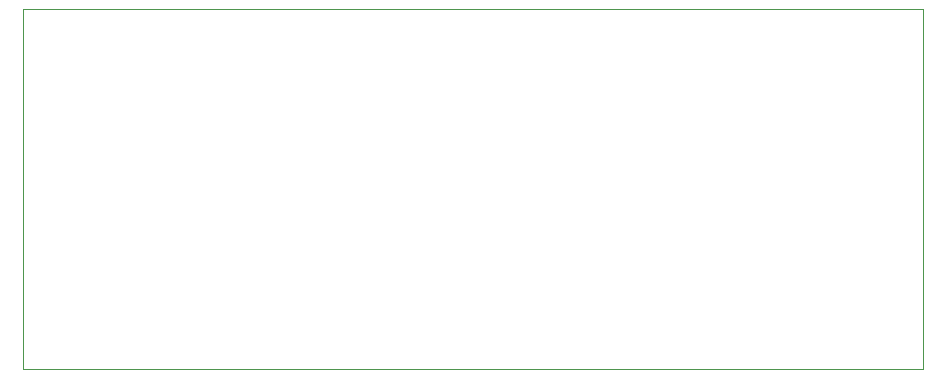
<source format=gbr>
G04 #@! TF.GenerationSoftware,KiCad,Pcbnew,5.1.5+dfsg1-2build2*
G04 #@! TF.CreationDate,2021-08-05T10:15:14-05:00*
G04 #@! TF.ProjectId,gpsdo,67707364-6f2e-46b6-9963-61645f706362,rev?*
G04 #@! TF.SameCoordinates,Original*
G04 #@! TF.FileFunction,Profile,NP*
%FSLAX46Y46*%
G04 Gerber Fmt 4.6, Leading zero omitted, Abs format (unit mm)*
G04 Created by KiCad (PCBNEW 5.1.5+dfsg1-2build2) date 2021-08-05 10:15:14*
%MOMM*%
%LPD*%
G04 APERTURE LIST*
%ADD10C,0.050000*%
G04 APERTURE END LIST*
D10*
X25400000Y-55880000D02*
X25400000Y-25400000D01*
X101600000Y-55880000D02*
X25400000Y-55880000D01*
X101600000Y-25400000D02*
X101600000Y-55880000D01*
X25400000Y-25400000D02*
X101600000Y-25400000D01*
M02*

</source>
